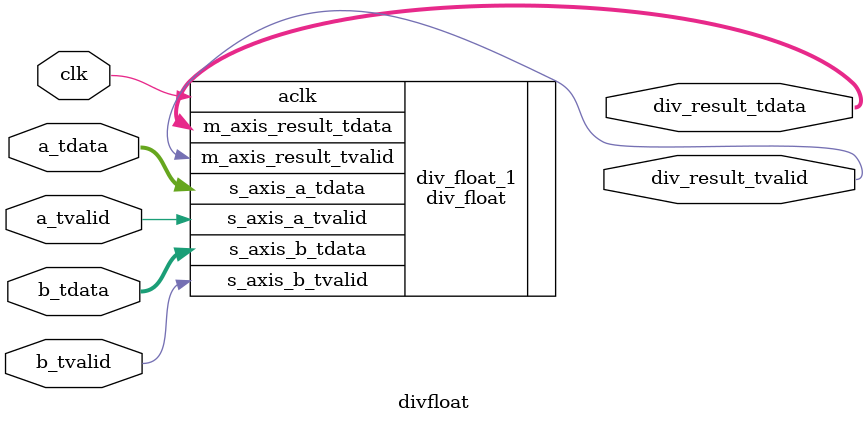
<source format=v>
`timescale 1ns / 1ps

module divfloat(
    input clk,
    input a_tvalid,
    input [31:0] a_tdata,
    input b_tvalid,
    input [31:0] b_tdata,       // seem that here we don't need b_tdata to be a floating number?
    output div_result_tvalid,
    output [31:0] div_result_tdata
    );

div_float div_float_1(
    .aclk(clk),
    .s_axis_a_tvalid(a_tvalid),
    .s_axis_a_tdata(a_tdata),
    .s_axis_b_tvalid(b_tvalid),
    .s_axis_b_tdata(b_tdata),
    .m_axis_result_tvalid(div_result_tvalid),
    .m_axis_result_tdata(div_result_tdata)
);


endmodule

</source>
